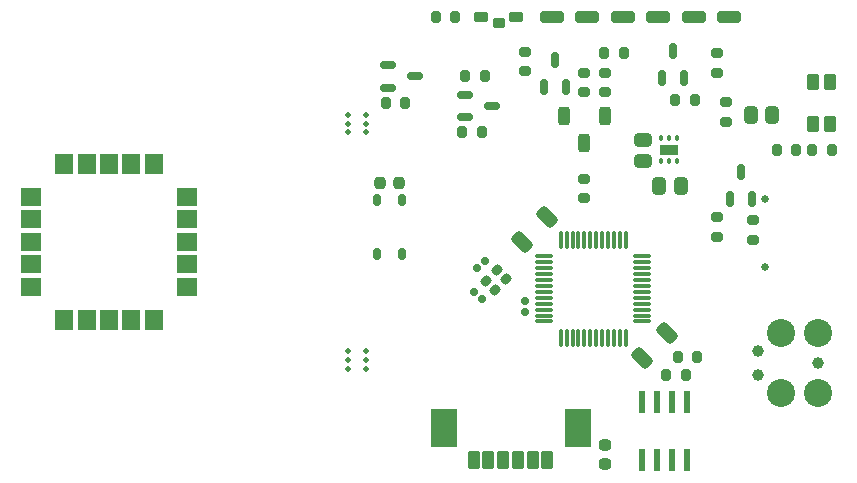
<source format=gbr>
%TF.GenerationSoftware,KiCad,Pcbnew,8.0.8*%
%TF.CreationDate,2025-02-13T14:20:34-05:00*%
%TF.ProjectId,GF24,47463234-2e6b-4696-9361-645f70636258,rev?*%
%TF.SameCoordinates,Original*%
%TF.FileFunction,Soldermask,Top*%
%TF.FilePolarity,Negative*%
%FSLAX46Y46*%
G04 Gerber Fmt 4.6, Leading zero omitted, Abs format (unit mm)*
G04 Created by KiCad (PCBNEW 8.0.8) date 2025-02-13 14:20:34*
%MOMM*%
%LPD*%
G01*
G04 APERTURE LIST*
G04 Aperture macros list*
%AMRoundRect*
0 Rectangle with rounded corners*
0 $1 Rounding radius*
0 $2 $3 $4 $5 $6 $7 $8 $9 X,Y pos of 4 corners*
0 Add a 4 corners polygon primitive as box body*
4,1,4,$2,$3,$4,$5,$6,$7,$8,$9,$2,$3,0*
0 Add four circle primitives for the rounded corners*
1,1,$1+$1,$2,$3*
1,1,$1+$1,$4,$5*
1,1,$1+$1,$6,$7*
1,1,$1+$1,$8,$9*
0 Add four rect primitives between the rounded corners*
20,1,$1+$1,$2,$3,$4,$5,0*
20,1,$1+$1,$4,$5,$6,$7,0*
20,1,$1+$1,$6,$7,$8,$9,0*
20,1,$1+$1,$8,$9,$2,$3,0*%
G04 Aperture macros list end*
%ADD10RoundRect,0.187500X0.035355X0.300520X-0.300520X-0.035355X-0.035355X-0.300520X0.300520X0.035355X0*%
%ADD11C,0.500000*%
%ADD12RoundRect,0.150000X0.150000X-0.512500X0.150000X0.512500X-0.150000X0.512500X-0.150000X-0.512500X0*%
%ADD13RoundRect,0.150000X-0.512500X-0.150000X0.512500X-0.150000X0.512500X0.150000X-0.512500X0.150000X0*%
%ADD14RoundRect,0.200000X-0.200000X-0.275000X0.200000X-0.275000X0.200000X0.275000X-0.200000X0.275000X0*%
%ADD15RoundRect,0.200000X0.275000X-0.200000X0.275000X0.200000X-0.275000X0.200000X-0.275000X-0.200000X0*%
%ADD16RoundRect,0.250000X-0.750000X-0.250000X0.750000X-0.250000X0.750000X0.250000X-0.750000X0.250000X0*%
%ADD17RoundRect,0.287500X-0.437500X0.287500X-0.437500X-0.287500X0.437500X-0.287500X0.437500X0.287500X0*%
%ADD18RoundRect,0.237500X0.237500X0.262500X-0.237500X0.262500X-0.237500X-0.262500X0.237500X-0.262500X0*%
%ADD19RoundRect,0.200000X0.200000X0.275000X-0.200000X0.275000X-0.200000X-0.275000X0.200000X-0.275000X0*%
%ADD20RoundRect,0.155000X0.155000X-0.155000X0.155000X0.155000X-0.155000X0.155000X-0.155000X-0.155000X0*%
%ADD21RoundRect,0.076200X0.400000X0.650000X-0.400000X0.650000X-0.400000X-0.650000X0.400000X-0.650000X0*%
%ADD22RoundRect,0.076200X1.050000X1.500000X-1.050000X1.500000X-1.050000X-1.500000X1.050000X-1.500000X0*%
%ADD23RoundRect,0.287500X-0.287500X-0.437500X0.287500X-0.437500X0.287500X0.437500X-0.287500X0.437500X0*%
%ADD24RoundRect,0.237500X-0.262500X0.237500X-0.262500X-0.237500X0.262500X-0.237500X0.262500X0.237500X0*%
%ADD25RoundRect,0.200000X-0.275000X0.200000X-0.275000X-0.200000X0.275000X-0.200000X0.275000X0.200000X0*%
%ADD26RoundRect,0.262500X0.262500X-0.437500X0.262500X0.437500X-0.262500X0.437500X-0.262500X-0.437500X0*%
%ADD27RoundRect,0.175000X0.175000X-0.325000X0.175000X0.325000X-0.175000X0.325000X-0.175000X-0.325000X0*%
%ADD28RoundRect,0.075000X0.075000X-0.175000X0.075000X0.175000X-0.075000X0.175000X-0.075000X-0.175000X0*%
%ADD29RoundRect,0.225000X0.575000X-0.225000X0.575000X0.225000X-0.575000X0.225000X-0.575000X-0.225000X0*%
%ADD30RoundRect,0.287500X0.229810X-0.636396X0.636396X-0.229810X-0.229810X0.636396X-0.636396X0.229810X0*%
%ADD31RoundRect,0.155000X0.219203X0.000000X0.000000X0.219203X-0.219203X0.000000X0.000000X-0.219203X0*%
%ADD32RoundRect,0.287500X-0.229810X0.636396X-0.636396X0.229810X0.229810X-0.636396X0.636396X-0.229810X0*%
%ADD33RoundRect,0.155000X0.000000X0.219203X-0.219203X0.000000X0.000000X-0.219203X0.219203X0.000000X0*%
%ADD34R,0.533400X1.981200*%
%ADD35RoundRect,0.250000X0.250000X0.550000X-0.250000X0.550000X-0.250000X-0.550000X0.250000X-0.550000X0*%
%ADD36RoundRect,0.075000X-0.662500X-0.075000X0.662500X-0.075000X0.662500X0.075000X-0.662500X0.075000X0*%
%ADD37RoundRect,0.075000X-0.075000X-0.662500X0.075000X-0.662500X0.075000X0.662500X-0.075000X0.662500X0*%
%ADD38R,1.800000X1.500000*%
%ADD39R,1.500000X1.800000*%
%ADD40RoundRect,0.225000X-0.375000X-0.225000X0.375000X-0.225000X0.375000X0.225000X-0.375000X0.225000X0*%
%ADD41RoundRect,0.225000X-0.275000X-0.225000X0.275000X-0.225000X0.275000X0.225000X-0.275000X0.225000X0*%
%ADD42C,0.650000*%
%ADD43C,2.374900*%
%ADD44C,0.990600*%
G04 APERTURE END LIST*
D10*
%TO.C,Y1*%
X122856066Y-112401472D03*
X121901472Y-113356066D03*
X122643934Y-114098528D03*
X123598528Y-113143934D03*
%TD*%
D11*
%TO.C,mouse-bite-2mm-slot*%
X110250000Y-120750000D03*
X111750000Y-120750000D03*
X110250000Y-120000000D03*
X111750000Y-120000000D03*
X110250000Y-119250000D03*
X111750000Y-119250000D03*
%TD*%
D12*
%TO.C,Q4*%
X126800001Y-96887500D03*
X128699999Y-96887500D03*
X127750000Y-94612500D03*
%TD*%
D13*
%TO.C,Q3*%
X113612500Y-95050000D03*
X113612500Y-96950000D03*
X115887500Y-96000000D03*
%TD*%
D14*
%TO.C,R11*%
X137175000Y-121250000D03*
X138825000Y-121250000D03*
%TD*%
D15*
%TO.C,R23*%
X144500000Y-109825000D03*
X144500000Y-108175000D03*
%TD*%
D16*
%TO.C,D4*%
X127500000Y-91000000D03*
X130500000Y-91000000D03*
%TD*%
D15*
%TO.C,R10*%
X130250000Y-97325000D03*
X130250000Y-95675000D03*
%TD*%
D17*
%TO.C,C8*%
X135250000Y-101350000D03*
X135250000Y-103150000D03*
%TD*%
D18*
%TO.C,C4*%
X114549999Y-105000000D03*
X112950001Y-105000000D03*
%TD*%
D14*
%TO.C,R12*%
X138175000Y-119750000D03*
X139825000Y-119750000D03*
%TD*%
D13*
%TO.C,Q2*%
X120112500Y-97550000D03*
X120112500Y-99450000D03*
X122387500Y-98500000D03*
%TD*%
D19*
%TO.C,R18*%
X115075000Y-98250000D03*
X113425000Y-98250000D03*
%TD*%
D20*
%TO.C,C3*%
X125250000Y-115950000D03*
X125250000Y-115050000D03*
%TD*%
D21*
%TO.C,J4*%
X127125000Y-128500000D03*
X125875000Y-128500000D03*
X124625000Y-128500000D03*
X123375000Y-128500000D03*
X122125000Y-128500000D03*
X120875000Y-128500000D03*
D22*
X129675000Y-125750000D03*
X118325000Y-125750000D03*
%TD*%
D14*
%TO.C,R16*%
X120175000Y-96000000D03*
X121825000Y-96000000D03*
%TD*%
D23*
%TO.C,C9*%
X136600000Y-105250000D03*
X138400000Y-105250000D03*
%TD*%
D16*
%TO.C,D3*%
X133500000Y-91000000D03*
X136500000Y-91000000D03*
%TD*%
D24*
%TO.C,C14*%
X132000000Y-127200001D03*
X132000000Y-128799999D03*
%TD*%
D25*
%TO.C,R1*%
X130250000Y-104675000D03*
X130250000Y-106325000D03*
%TD*%
D19*
%TO.C,R15*%
X119325000Y-91000000D03*
X117675000Y-91000000D03*
%TD*%
D15*
%TO.C,R7*%
X141512501Y-95675000D03*
X141512501Y-94025000D03*
%TD*%
D26*
%TO.C,SW3*%
X149625000Y-100050000D03*
X149625000Y-96450000D03*
X151075000Y-100050000D03*
X151075000Y-96450000D03*
%TD*%
D27*
%TO.C,SW1*%
X112675000Y-111000000D03*
X112675000Y-106500000D03*
X114825000Y-111000000D03*
X114825000Y-106500000D03*
%TD*%
D28*
%TO.C,U3*%
X136750000Y-103150000D03*
X137400000Y-103149999D03*
X138050000Y-103150000D03*
X138050000Y-101250000D03*
X137400000Y-101250001D03*
X136750000Y-101250000D03*
D29*
X137400000Y-102200000D03*
%TD*%
D15*
%TO.C,R21*%
X141500000Y-109575000D03*
X141500000Y-107925000D03*
%TD*%
D30*
%TO.C,C1*%
X124939340Y-110060660D03*
X127060660Y-107939340D03*
%TD*%
D31*
%TO.C,C6*%
X121568198Y-114886396D03*
X120931802Y-114250000D03*
%TD*%
D11*
%TO.C,mouse-bite-2mm-slot*%
X110250000Y-100750000D03*
X111750000Y-100750000D03*
X110250000Y-100000000D03*
X111750000Y-100000000D03*
X110250000Y-99250000D03*
X111750000Y-99250000D03*
%TD*%
D32*
%TO.C,C2*%
X137260660Y-117689340D03*
X135139340Y-119810660D03*
%TD*%
D14*
%TO.C,R3*%
X149525000Y-102250000D03*
X151175000Y-102250000D03*
%TD*%
D33*
%TO.C,C5*%
X121818198Y-111613604D03*
X121181802Y-112250000D03*
%TD*%
D12*
%TO.C,Q6*%
X142550001Y-106387500D03*
X144449999Y-106387500D03*
X143500000Y-104112500D03*
%TD*%
%TO.C,Q5*%
X136800001Y-96137500D03*
X138699999Y-96137500D03*
X137750000Y-93862500D03*
%TD*%
D34*
%TO.C,U6*%
X135095000Y-128463800D03*
X136365000Y-128463800D03*
X137635000Y-128463800D03*
X138905000Y-128463800D03*
X138905000Y-123536200D03*
X137635000Y-123536200D03*
X136365000Y-123536200D03*
X135095000Y-123536200D03*
%TD*%
D15*
%TO.C,R9*%
X125250000Y-95575000D03*
X125250000Y-93925000D03*
%TD*%
D14*
%TO.C,R17*%
X119925000Y-100750000D03*
X121575000Y-100750000D03*
%TD*%
D35*
%TO.C,SW2*%
X132000000Y-99350000D03*
X130250000Y-101650000D03*
X128500000Y-99350000D03*
%TD*%
D36*
%TO.C,U1*%
X126837500Y-111250000D03*
X126837500Y-111750000D03*
X126837500Y-112250000D03*
X126837500Y-112750000D03*
X126837500Y-113250000D03*
X126837500Y-113750000D03*
X126837500Y-114250000D03*
X126837500Y-114750000D03*
X126837500Y-115250000D03*
X126837500Y-115750000D03*
X126837500Y-116250000D03*
X126837500Y-116750000D03*
D37*
X128250000Y-118162500D03*
X128750000Y-118162500D03*
X129250000Y-118162500D03*
X129750000Y-118162500D03*
X130250000Y-118162500D03*
X130750000Y-118162500D03*
X131250000Y-118162500D03*
X131750000Y-118162500D03*
X132250000Y-118162500D03*
X132750000Y-118162500D03*
X133250000Y-118162500D03*
X133750000Y-118162500D03*
D36*
X135162500Y-116750000D03*
X135162500Y-116250000D03*
X135162500Y-115750000D03*
X135162500Y-115250000D03*
X135162500Y-114750000D03*
X135162500Y-114250000D03*
X135162500Y-113750000D03*
X135162500Y-113250000D03*
X135162500Y-112750000D03*
X135162500Y-112250000D03*
X135162500Y-111750000D03*
X135162500Y-111250000D03*
D37*
X133750000Y-109837500D03*
X133250000Y-109837500D03*
X132750000Y-109837500D03*
X132250000Y-109837500D03*
X131750000Y-109837500D03*
X131250000Y-109837500D03*
X130750000Y-109837500D03*
X130250000Y-109837500D03*
X129750000Y-109837500D03*
X129250000Y-109837500D03*
X128750000Y-109837500D03*
X128250000Y-109837500D03*
%TD*%
D19*
%TO.C,R4*%
X148175000Y-102250000D03*
X146525000Y-102250000D03*
%TD*%
%TO.C,R19*%
X139575000Y-98000000D03*
X137925000Y-98000000D03*
%TD*%
D38*
%TO.C,U2*%
X83400000Y-106200000D03*
X83400000Y-108100000D03*
X83400000Y-110000000D03*
X83400000Y-111900000D03*
X83400000Y-113800000D03*
D39*
X86200000Y-116600000D03*
X88100000Y-116600000D03*
X90000000Y-116600000D03*
X91900000Y-116600000D03*
X93800000Y-116600000D03*
D38*
X96600000Y-113800000D03*
X96600000Y-111900000D03*
X96600000Y-110000000D03*
X96600000Y-108100000D03*
X96600000Y-106200000D03*
D39*
X93800000Y-103400000D03*
X91900000Y-103400000D03*
X90000000Y-103400000D03*
X88100000Y-103400000D03*
X86200000Y-103400000D03*
%TD*%
D14*
%TO.C,R8*%
X131925000Y-94000000D03*
X133575000Y-94000000D03*
%TD*%
D15*
%TO.C,R22*%
X142250000Y-99825000D03*
X142250000Y-98175000D03*
%TD*%
D25*
%TO.C,R20*%
X132000000Y-95675000D03*
X132000000Y-97325000D03*
%TD*%
D23*
%TO.C,C10*%
X144350000Y-99250000D03*
X146150000Y-99250000D03*
%TD*%
D16*
%TO.C,D2*%
X139500000Y-91000000D03*
X142500000Y-91000000D03*
%TD*%
D40*
%TO.C,D5*%
X121500000Y-91000000D03*
D41*
X123000000Y-91450000D03*
D40*
X124500000Y-91000000D03*
%TD*%
D42*
%TO.C,J2*%
X145570000Y-106360000D03*
X145570000Y-112140000D03*
%TD*%
D43*
%TO.C,J1*%
X150056000Y-122830000D03*
D44*
X150056000Y-120290000D03*
D43*
X150056000Y-117750000D03*
X146881000Y-122830000D03*
X146881000Y-117750000D03*
D44*
X144976000Y-121306000D03*
X144976000Y-119274000D03*
%TD*%
M02*

</source>
